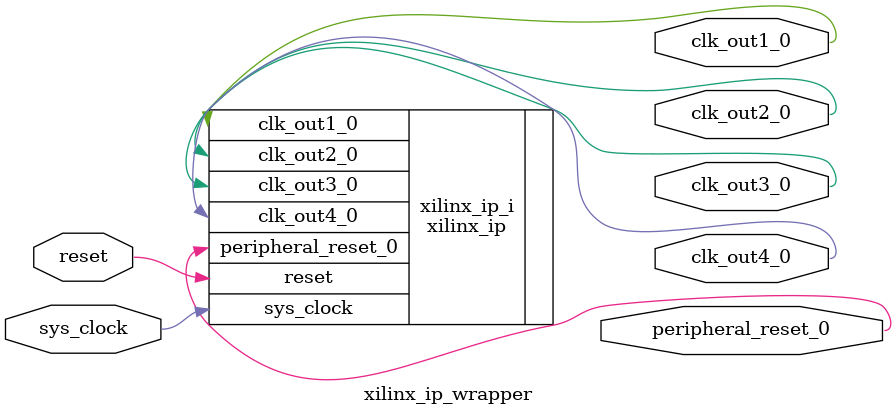
<source format=v>
`timescale 1 ps / 1 ps

module xilinx_ip_wrapper
   (clk_out1_0,
    clk_out2_0,
    clk_out3_0,
    clk_out4_0,
    peripheral_reset_0,
    reset,
    sys_clock);
  output clk_out1_0;
  output clk_out2_0;
  output clk_out3_0;
  output clk_out4_0;
  output [0:0]peripheral_reset_0;
  input reset;
  input sys_clock;

  wire clk_out1_0;
  wire clk_out2_0;
  wire clk_out3_0;
  wire clk_out4_0;
  wire [0:0]peripheral_reset_0;
  wire reset;
  wire sys_clock;

  xilinx_ip xilinx_ip_i
       (.clk_out1_0(clk_out1_0),
        .clk_out2_0(clk_out2_0),
        .clk_out3_0(clk_out3_0),
        .clk_out4_0(clk_out4_0),
        .peripheral_reset_0(peripheral_reset_0),
        .reset(reset),
        .sys_clock(sys_clock));
endmodule

</source>
